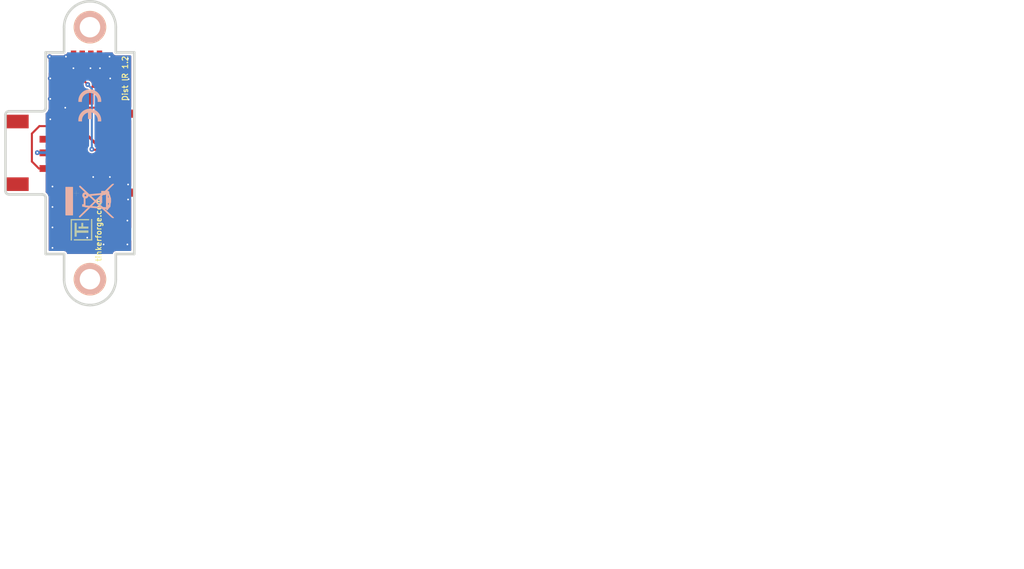
<source format=kicad_pcb>
(kicad_pcb (version 4) (host pcbnew 4.0.2+dfsg1-stable)
  (title_block (title "Dist-IR Bricklet") (date 2016-03-04) (rev 1.2) (company "Tinkerforge GmbH") (comment 1 "Licensed under CERN OHL v.1.1") (comment 2 "Copyright (©) 2016, B.Nordmeyer <bastian@tinkerforge.com>"))
  (layers (0 Vorderseite jumper) (31 Rückseite signal hide) (34 B.Paste user) (35 F.Paste user) (36 B.SilkS user) (37 F.SilkS user) (38 B.Mask user) (39 F.Mask user) (44 Edge.Cuts user))
  (net 0 "")
  (net 1 GND)
  (net 2 IN_1)
  (net 3 SCL)
  (net 4 SDA)
  (net 5 VCC)
  (net 6 "Net-(C2-Pad1)")
  (net 7 "Net-(P1-Pad6)")
  (net 8 "Net-(K1-Pad3)")
  (net 9 "Net-(P1-Pad8)")
  (net 10 "Net-(P1-Pad9)")
  (net 11 "Net-(P1-Pad10)")
  (net 12 "Net-(U1-Pad7)")
  (module kicad-libraries:SO-8 (layer Vorderseite) (at 143.92148 90.87358 180)
    (fp_text reference U1)
    (fp_text value M24C64)
    (pad 1 smd rect (at -1.90246 2.86766) (size 0.79756 2.19964) (layers Vorderseite F.Paste F.Mask) (net 1 GND))
    (pad 2 smd rect (at -0.63246 2.86766) (size 0.79756 2.19964) (layers Vorderseite F.Paste F.Mask) (net 1 GND))
    (pad 3 smd rect (at 0.63246 2.86766) (size 0.79756 2.19964) (layers Vorderseite F.Paste F.Mask) (net 7 "Net-(P1-Pad6)"))
    (pad 4 smd rect (at 1.90246 2.86766) (size 0.79756 2.19964) (layers Vorderseite F.Paste F.Mask) (net 1 GND))
    (pad 5 smd rect (at 1.90246 -2.86766 180) (size 0.79756 2.19964) (layers Vorderseite F.Paste F.Mask) (net 4 SDA))
    (pad 6 smd rect (at 0.63246 -2.86766 180) (size 0.79756 2.19964) (layers Vorderseite F.Paste F.Mask) (net 3 SCL))
    (pad 7 smd rect (at -0.63246 -2.86766 180) (size 0.79756 2.19964) (layers Vorderseite F.Paste F.Mask) (net 12 "Net-(U1-Pad7)"))
    (pad 8 smd rect (at -1.90246 -2.86766 180) (size 0.79756 2.19964) (layers Vorderseite F.Paste F.Mask) (net 5 VCC))
  )
  (module kicad-libraries:DRILL_NP (layer Vorderseite) (at 144.425 83.475)
    (fp_text reference U3 hide)
    (fp_text value DRILL hide)
    (pad "" np_thru_hole circle (at 0 0) (size 2.99974 2.99974) (drill 2.99974) (layers *.Cu *.Mask F.SilkS) (clearance 0.89916))
  )
  (module kicad-libraries:DRILL_NP (layer Vorderseite) (at 144.425 120.475)
    (fp_text reference U2 hide)
    (fp_text value DRILL hide)
    (pad "" np_thru_hole circle (at 0 0) (size 2.99974 2.99974) (drill 2.99974) (layers *.Cu *.Mask F.SilkS) (clearance 0.89916))
  )
  (module kicad-libraries:R0603E (layer Vorderseite) (at 141.7 98)
    (fp_text reference R2)
    (fp_text value 1k)
    (pad 1 smd rect (at -0.8501 0) (size 1.1 1) (layers Vorderseite F.Paste F.Mask) (net 8 "Net-(K1-Pad3)"))
    (pad 2 smd rect (at 0.8501 0) (size 1.1 1) (layers Vorderseite F.Paste F.Mask) (net 2 IN_1))
  )
  (module kicad-libraries:R0603E (layer Vorderseite) (at 141.7 96.4 180)
    (fp_text reference R1)
    (fp_text value DNP)
    (pad 1 smd rect (at -0.8501 0 180) (size 1.1 1) (layers Vorderseite F.Paste F.Mask) (net 2 IN_1))
    (pad 2 smd rect (at 0.8501 0 180) (size 1.1 1) (layers Vorderseite F.Paste F.Mask) (net 1 GND))
  )
  (module kicad-libraries:CON-SENSOR (layer Vorderseite) (at 150.92172 101.97338 90)
    (fp_text reference P1)
    (fp_text value CON-SENSOR)
    (pad 1 smd rect (at -4.50088 -4.7752 90) (size 0.59944 1.5494) (layers Vorderseite F.Paste F.Mask) (net 6 "Net-(C2-Pad1)"))
    (pad 2 smd rect (at -3.50012 -4.7752 90) (size 0.59944 1.5494) (layers Vorderseite F.Paste F.Mask) (net 1 GND))
    (pad 3 smd rect (at -2.49936 -4.7752 90) (size 0.59944 1.5494) (layers Vorderseite F.Paste F.Mask) (net 5 VCC))
    (pad 4 smd rect (at -1.50114 -4.7752 90) (size 0.59944 1.5494) (layers Vorderseite F.Paste F.Mask) (net 3 SCL))
    (pad 5 smd rect (at -0.50038 -4.7752 90) (size 0.59944 1.5494) (layers Vorderseite F.Paste F.Mask) (net 4 SDA))
    (pad 6 smd rect (at 0.50038 -4.7752 90) (size 0.59944 1.5494) (layers Vorderseite F.Paste F.Mask) (net 7 "Net-(P1-Pad6)"))
    (pad 7 smd rect (at 1.50114 -4.7752 90) (size 0.59944 1.5494) (layers Vorderseite F.Paste F.Mask) (net 2 IN_1))
    (pad 8 smd rect (at 2.49936 -4.7752 90) (size 0.59944 1.5494) (layers Vorderseite F.Paste F.Mask) (net 9 "Net-(P1-Pad8)"))
    (pad 9 smd rect (at 3.50012 -4.7752 90) (size 0.59944 1.5494) (layers Vorderseite F.Paste F.Mask) (net 10 "Net-(P1-Pad9)"))
    (pad 10 smd rect (at 4.50088 -4.7752 90) (size 0.59944 1.5494) (layers Vorderseite F.Paste F.Mask) (net 11 "Net-(P1-Pad10)"))
    (pad EP smd rect (at -5.79882 -0.89916 90) (size 1.19888 1.80086) (layers Vorderseite F.Paste F.Mask) (net 1 GND))
    (pad EP smd rect (at 5.79882 -0.89916 90) (size 1.19888 1.80086) (layers Vorderseite F.Paste F.Mask) (net 1 GND))
  )
  (module kicad-libraries:3528-21 (layer Vorderseite) (at 142.42796 109.27334 270)
    (fp_text reference C2)
    (fp_text value 100µF/10V)
    (pad 1 smd rect (at -1.40048 0 270) (size 1.59954 2.79908) (layers Vorderseite F.Paste F.Mask) (net 6 "Net-(C2-Pad1)") (clearance 0.14986))
    (pad 2 smd rect (at 1.40048 0 270) (size 1.59954 2.79908) (layers Vorderseite F.Paste F.Mask) (net 1 GND) (clearance 0.14986))
  )
  (module kicad-libraries:C0603E (layer Vorderseite) (at 147.4 92.9 270)
    (fp_text reference C1)
    (fp_text value 100nF)
    (pad 1 smd rect (at -0.8501 0 270) (size 1.1 1) (layers Vorderseite F.Paste F.Mask) (net 1 GND))
    (pad 2 smd rect (at 0.8501 0 270) (size 1.1 1) (layers Vorderseite F.Paste F.Mask) (net 5 VCC))
  )
  (module kicad-libraries:Fiducial_Mark (layer Vorderseite) (at 149.52726 113.87582)
    (fp_text reference Fiducial_Mark hide)
    (fp_text value VAL** hide)
    (pad 1 smd circle (at 0 0) (size 1.00076 1.00076) (layers Vorderseite F.Paste F.Mask) (clearance 0.65024))
  )
  (module kicad-libraries:Fiducial_Mark (layer Vorderseite) (at 139.42822 89.37498)
    (fp_text reference Fiducial_Mark hide)
    (fp_text value VAL** hide)
    (pad 1 smd circle (at 0 0) (size 1.00076 1.00076) (layers Vorderseite F.Paste F.Mask) (clearance 0.65024))
  )
  (module kicad-libraries:CE_5mm (layer Rückseite) (at 144.4 95 270)
    (fp_text reference VAL hide)
    (fp_text value CE_5mm hide)
  )
  (module kicad-libraries:WEEE_7mm (layer Rückseite) (at 144.4 109 90)
    (fp_text reference VAL hide)
    (fp_text value WEEE_7mm hide)
  )
  (module kicad-libraries:Logo_31x31 (layer Vorderseite) (at 141.6 114.8 90)
    (fp_text reference Ref** hide)
    (fp_text value Val** hide)
  )
  (module kicad-libraries:S3B-PH-SM4 (layer Vorderseite) (at 132.025 101.925 90)
    (fp_text reference K1)
    (fp_text value S3B-PH-SM4)
    (pad "" smd rect (at -4.6 1.7 90) (size 2 3.4) (layers Vorderseite F.Paste F.Mask))
    (pad "" smd rect (at 4.6 1.7 90) (size 2 3.4) (layers Vorderseite F.Paste F.Mask))
    (pad 3 smd rect (at -2.3 8 90) (size 1 6) (layers Vorderseite F.Paste F.Mask) (net 8 "Net-(K1-Pad3)"))
    (pad 2 smd rect (at 0 8 90) (size 1 6) (layers Vorderseite F.Paste F.Mask) (net 1 GND))
    (pad 1 smd rect (at 2 8 90) (size 1 6) (layers Vorderseite F.Paste F.Mask) (net 6 "Net-(C2-Pad1)"))
  )
  (gr_line (start 137.925 116.775) (end 137.925 108.525) (angle 90) (layer Edge.Cuts) (width 0.381))
  (gr_arc (start 137.425 108.525) (end 137.425 108.025) (angle 90) (layer Edge.Cuts) (width 0.381))
  (gr_line (start 137.425 108.025) (end 132.525 108.025) (angle 90) (layer Edge.Cuts) (width 0.381))
  (gr_line (start 137.375 95.825) (end 132.525 95.825) (angle 90) (layer Edge.Cuts) (width 0.381))
  (gr_arc (start 137.425 95.325) (end 137.925 95.375) (angle 90) (layer Edge.Cuts) (width 0.381))
  (gr_line (start 140.625 120.475) (end 140.625 116.775) (angle 90) (layer Edge.Cuts) (width 0.381))
  (gr_line (start 137.925 87.175) (end 137.925 95.375) (angle 90) (layer Edge.Cuts) (width 0.381))
  (gr_line (start 140.625 87.175) (end 137.925 87.175) (angle 90) (layer Edge.Cuts) (width 0.381))
  (gr_line (start 140.625 83.475) (end 140.625 87.175) (angle 90) (layer Edge.Cuts) (width 0.381))
  (gr_line (start 148.225 87.175) (end 148.225 83.475) (angle 90) (layer Edge.Cuts) (width 0.381))
  (gr_line (start 150.925 87.175) (end 148.225 87.175) (angle 90) (layer Edge.Cuts) (width 0.381))
  (gr_line (start 150.925 116.775) (end 150.925 87.175) (angle 90) (layer Edge.Cuts) (width 0.381))
  (gr_line (start 148.225 116.775) (end 150.925 116.775) (angle 90) (layer Edge.Cuts) (width 0.381))
  (gr_line (start 148.225 120.475) (end 148.225 116.775) (angle 90) (layer Edge.Cuts) (width 0.381))
  (gr_arc (start 144.425 120.475) (end 144.425 124.275) (angle 90) (layer Edge.Cuts) (width 0.381))
  (gr_arc (start 144.425 120.475) (end 148.225 120.475) (angle 90) (layer Edge.Cuts) (width 0.381))
  (gr_arc (start 144.425 83.475) (end 144.425 79.675) (angle 90) (layer Edge.Cuts) (width 0.381))
  (gr_arc (start 144.425 83.475) (end 140.625 83.475) (angle 90) (layer Edge.Cuts) (width 0.381))
  (gr_line (start 137.925 116.775) (end 140.625 116.775) (angle 90) (layer Edge.Cuts) (width 0.381))
  (gr_arc (start 132.525 96.325) (end 132.025 96.325) (angle 90) (layer Edge.Cuts) (width 0.381))
  (gr_arc (start 132.525 107.525) (end 132.525 108.025) (angle 90) (layer Edge.Cuts) (width 0.381))
  (gr_line (start 132.025 96.325) (end 132.025 107.525) (angle 90) (layer Edge.Cuts) (width 0.381))
  (gr_text tinkerforge.com (at 145.7 113.2 90) (layer F.SilkS) (effects (font (size 0.8001 0.8001) (thickness 0.14986))))
  (gr_text "Dist IR 1.2" (at 149.6 91 90) (layer F.SilkS) (effects (font (size 0.8 0.8) (thickness 0.14986))))
  (segment (start 138.6 97) (end 138.6 101.5) (width 0.29972) (layer Rückseite) (net 1))
  (segment (start 142 89.7) (end 140.7 91) (width 0.29972) (layer Rückseite) (net 1))
  (segment (start 140.7 91) (end 138.6 91) (width 0.29972) (layer Rückseite) (net 1))
  (via (at 138.6 91) (size 0.70104) (drill 0.24892) (layers Vorderseite Rückseite) (net 1))
  (segment (start 138.6 91) (end 138.6 94) (width 0.29972) (layer Vorderseite) (net 1))
  (via (at 138.6 94) (size 0.70104) (drill 0.24892) (layers Vorderseite Rückseite) (net 1))
  (segment (start 138.6 94) (end 138.6 97) (width 0.29972) (layer Rückseite) (net 1))
  (via (at 138.6 97) (size 0.70104) (drill 0.24892) (layers Vorderseite Rückseite) (net 1))
  (segment (start 142 89.5) (end 142 89.7) (width 0.29972) (layer Rückseite) (net 1))
  (segment (start 136.725 101.925) (end 140.025 101.925) (width 0.39878) (layer Vorderseite) (net 1))
  (segment (start 136.7 101.9) (end 136.725 101.925) (width 0.29972) (layer Vorderseite) (net 1))
  (via (at 136.7 101.9) (size 0.70104) (drill 0.24892) (layers Vorderseite Rückseite) (net 1))
  (segment (start 138.2 101.9) (end 136.7 101.9) (width 0.39878) (layer Rückseite) (net 1))
  (segment (start 138.6 101.5) (end 138.2 101.9) (width 0.29972) (layer Rückseite) (net 1))
  (segment (start 147.4 91) (end 147.4 87.9) (width 0.29972) (layer Rückseite) (net 1))
  (via (at 147.4 91) (size 0.70104) (drill 0.24892) (layers Vorderseite Rückseite) (net 1))
  (segment (start 147.4 92.0499) (end 147.4 91) (width 0.29972) (layer Vorderseite) (net 1))
  (via (at 150.1 94.1) (size 0.70104) (drill 0.24892) (layers Vorderseite Rückseite) (net 1))
  (segment (start 150.1 91.1) (end 150.1 94.1) (width 0.29972) (layer Vorderseite) (net 1))
  (via (at 150.1 91.1) (size 0.70104) (drill 0.24892) (layers Vorderseite Rückseite) (net 1))
  (segment (start 150.1 88.2) (end 150.1 91.1) (width 0.29972) (layer Rückseite) (net 1))
  (segment (start 150 88.1) (end 150.1 88.2) (width 0.29972) (layer Rückseite) (net 1))
  (via (at 150 88.1) (size 0.70104) (drill 0.24892) (layers Vorderseite Rückseite) (net 1))
  (segment (start 147.6 88.1) (end 150 88.1) (width 0.29972) (layer Vorderseite) (net 1))
  (segment (start 147.3 87.8) (end 147.6 88.1) (width 0.29972) (layer Vorderseite) (net 1))
  (via (at 147.3 87.8) (size 0.70104) (drill 0.24892) (layers Vorderseite Rückseite) (net 1))
  (segment (start 147.4 87.9) (end 147.3 87.8) (width 0.29972) (layer Rückseite) (net 1))
  (segment (start 145.82394 88.00592) (end 145.82394 89.42394) (width 0.29972) (layer Vorderseite) (net 1))
  (via (at 145.9 89.5) (size 0.70104) (drill 0.24892) (layers Vorderseite Rückseite) (net 1))
  (segment (start 145.82394 89.42394) (end 145.9 89.5) (width 0.29972) (layer Vorderseite) (net 1))
  (segment (start 144.55394 88.00592) (end 144.55394 89.44606) (width 0.29972) (layer Vorderseite) (net 1))
  (via (at 144.5 89.5) (size 0.70104) (drill 0.24892) (layers Vorderseite Rückseite) (net 1))
  (segment (start 144.55394 89.44606) (end 144.5 89.5) (width 0.29972) (layer Vorderseite) (net 1))
  (segment (start 142.01902 88.00592) (end 142.01902 89.48098) (width 0.29972) (layer Vorderseite) (net 1))
  (via (at 138.5 87.8) (size 0.70104) (drill 0.24892) (layers Vorderseite Rückseite) (net 1))
  (segment (start 140.9 87.8) (end 138.5 87.8) (width 0.29972) (layer Vorderseite) (net 1))
  (via (at 140.9 87.8) (size 0.70104) (drill 0.24892) (layers Vorderseite Rückseite) (net 1))
  (segment (start 140.9 88.4) (end 140.9 87.8) (width 0.29972) (layer Rückseite) (net 1))
  (segment (start 142 89.5) (end 140.9 88.4) (width 0.29972) (layer Rückseite) (net 1))
  (via (at 142 89.5) (size 0.70104) (drill 0.24892) (layers Vorderseite Rückseite) (net 1))
  (segment (start 142.01902 89.48098) (end 142 89.5) (width 0.29972) (layer Vorderseite) (net 1))
  (segment (start 140.8499 96.4) (end 140.8499 95.3499) (width 0.39878) (layer Vorderseite) (net 1))
  (via (at 140.8 95.3) (size 0.70104) (drill 0.24892) (layers Vorderseite Rückseite) (net 1))
  (segment (start 140.8499 95.3499) (end 140.8 95.3) (width 0.39878) (layer Vorderseite) (net 1))
  (segment (start 145.02384 113.3729) (end 145.02384 108.87202) (width 0.29972) (layer Rückseite) (net 1))
  (segment (start 142.42288 114.34826) (end 143.99768 114.34826) (width 0.29972) (layer Vorderseite) (net 1))
  (via (at 150.02256 108.77296) (size 0.70104) (layers Vorderseite Rückseite) (net 1))
  (segment (start 150.02256 108.77296) (end 149.9235 108.87202) (width 0.29972) (layer Rückseite) (net 1))
  (segment (start 149.9235 108.87202) (end 145.02384 108.87202) (width 0.29972) (layer Rückseite) (net 1))
  (segment (start 150.02256 107.7722) (end 150.02256 108.77296) (width 0.29972) (layer Vorderseite) (net 1))
  (segment (start 142.42288 114.34826) (end 140.44676 114.34826) (width 0.29972) (layer Vorderseite) (net 1))
  (segment (start 143.99768 114.34826) (end 144.02308 114.37366) (width 0.29972) (layer Vorderseite) (net 1))
  (segment (start 144.02308 114.37366) (end 145.02384 113.3729) (width 0.29972) (layer Rückseite) (net 1))
  (via (at 144.02308 114.37366) (size 0.70104) (layers Vorderseite Rückseite) (net 1))
  (segment (start 149.9235 111.87176) (end 149.9235 115.37188) (width 0.29972) (layer Rückseite) (net 1))
  (segment (start 149.9235 115.37188) (end 146.42338 115.37188) (width 0.29972) (layer Vorderseite) (net 1))
  (via (at 146.42338 115.37188) (size 0.70104) (layers Vorderseite Rückseite) (net 1))
  (segment (start 150.02256 108.77296) (end 150.02256 111.27486) (width 0.29972) (layer Vorderseite) (net 1))
  (segment (start 140.44676 114.34826) (end 138.92276 115.87226) (width 0.29972) (layer Vorderseite) (net 1))
  (via (at 138.92276 115.87226) (size 0.70104) (layers Vorderseite Rückseite) (net 1))
  (segment (start 138.92276 115.87226) (end 138.92276 112.87252) (width 0.29972) (layer Rückseite) (net 1))
  (via (at 138.92276 112.87252) (size 0.70104) (layers Vorderseite Rückseite) (net 1))
  (segment (start 138.92276 112.87252) (end 138.92276 109.87278) (width 0.29972) (layer Vorderseite) (net 1))
  (via (at 138.92276 109.87278) (size 0.70104) (layers Vorderseite Rückseite) (net 1))
  (segment (start 138.92276 109.87278) (end 138.92276 106.87304) (width 0.29972) (layer Rückseite) (net 1))
  (via (at 138.92276 106.87304) (size 0.70104) (layers Vorderseite Rückseite) (net 1))
  (via (at 147.35048 105.4735) (size 0.70104) (layers Vorderseite Rückseite) (net 1))
  (segment (start 147.35048 105.4735) (end 148.4503 106.57332) (width 0.29972) (layer Rückseite) (net 1))
  (segment (start 148.4503 106.57332) (end 150.0251 106.57332) (width 0.29972) (layer Rückseite) (net 1))
  (via (at 150.0251 106.57332) (size 0.70104) (layers Vorderseite Rückseite) (net 1))
  (segment (start 150.0251 106.57332) (end 150.02256 106.57586) (width 0.29972) (layer Vorderseite) (net 1))
  (segment (start 150.02256 106.57586) (end 150.02256 107.7722) (width 0.29972) (layer Vorderseite) (net 1))
  (segment (start 146.14652 105.4735) (end 147.35048 105.4735) (width 0.29972) (layer Vorderseite) (net 1))
  (segment (start 146.14652 105.4735) (end 144.90192 105.4735) (width 0.29972) (layer Vorderseite) (net 1))
  (via (at 144.90192 105.4735) (size 0.70104) (layers Vorderseite Rückseite) (net 1))
  (segment (start 150.02256 111.27486) (end 149.9235 111.87176) (width 0.29972) (layer Vorderseite) (net 1))
  (via (at 149.9235 111.87176) (size 0.70104) (layers Vorderseite Rückseite) (net 1))
  (segment (start 142.42796 112.77854) (end 144.02308 114.37366) (width 0.29972) (layer Vorderseite) (net 1))
  (segment (start 142.42796 110.57382) (end 142.42796 112.77854) (width 0.29972) (layer Vorderseite) (net 1))
  (via (at 149.9235 115.37188) (size 0.70104) (layers Vorderseite Rückseite) (net 1))
  (segment (start 142.5501 96.4) (end 142.5501 98) (width 0.39878) (layer Vorderseite) (net 2))
  (segment (start 146.14652 100.47224) (end 145.17224 100.47224) (width 0.39878) (layer Vorderseite) (net 2))
  (segment (start 143.5 98) (end 142.5501 98) (width 0.39878) (layer Vorderseite) (net 2))
  (segment (start 144 98.5) (end 143.5 98) (width 0.39878) (layer Vorderseite) (net 2))
  (segment (start 144 99.3) (end 144 98.5) (width 0.39878) (layer Vorderseite) (net 2))
  (segment (start 145.17224 100.47224) (end 144 99.3) (width 0.39878) (layer Vorderseite) (net 2))
  (segment (start 142.6 97.9501) (end 142.5501 98) (width 0.29972) (layer Vorderseite) (net 2))
  (segment (start 143.28902 93.74124) (end 143.28902 94.48902) (width 0.29972) (layer Vorderseite) (net 3))
  (segment (start 143.28902 94.48902) (end 144.099618 95.299618) (width 0.29972) (layer Vorderseite) (net 3))
  (segment (start 144.099618 95.299618) (end 146.599618 95.299618) (width 0.29972) (layer Vorderseite) (net 3))
  (segment (start 146.599618 95.299618) (end 148 96.7) (width 0.29972) (layer Vorderseite) (net 3))
  (segment (start 148 96.7) (end 148 102.9) (width 0.29972) (layer Vorderseite) (net 3))
  (segment (start 148 102.9) (end 147.42548 103.47452) (width 0.29972) (layer Vorderseite) (net 3))
  (segment (start 147.42548 103.47452) (end 146.14652 103.47452) (width 0.29972) (layer Vorderseite) (net 3))
  (segment (start 146.14652 102.47376) (end 147.32624 102.47376) (width 0.29972) (layer Vorderseite) (net 4))
  (segment (start 142.01902 95.01902) (end 142.01902 93.74124) (width 0.29972) (layer Vorderseite) (net 4))
  (segment (start 142.3 95.3) (end 142.01902 95.01902) (width 0.29972) (layer Vorderseite) (net 4))
  (segment (start 143.2 95.3) (end 142.3 95.3) (width 0.29972) (layer Vorderseite) (net 4))
  (segment (start 143.7 95.8) (end 143.2 95.3) (width 0.29972) (layer Vorderseite) (net 4))
  (segment (start 146.3 95.8) (end 143.7 95.8) (width 0.29972) (layer Vorderseite) (net 4))
  (segment (start 147.4 96.9) (end 146.3 95.8) (width 0.29972) (layer Vorderseite) (net 4))
  (segment (start 147.4 102.4) (end 147.4 96.9) (width 0.29972) (layer Vorderseite) (net 4))
  (segment (start 147.32624 102.47376) (end 147.4 102.4) (width 0.29972) (layer Vorderseite) (net 4))
  (segment (start 147.4 93.7501) (end 145.8328 93.7501) (width 0.29972) (layer Vorderseite) (net 5))
  (segment (start 145.8328 93.7501) (end 145.82394 93.74124) (width 0.29972) (layer Vorderseite) (net 5))
  (segment (start 147.4 93.7501) (end 147.4 95.1) (width 0.29972) (layer Vorderseite) (net 5))
  (segment (start 147.42726 104.47274) (end 146.14652 104.47274) (width 0.29972) (layer Vorderseite) (net 5))
  (segment (start 148.7 103.2) (end 147.42726 104.47274) (width 0.29972) (layer Vorderseite) (net 5))
  (segment (start 148.7 96.4) (end 148.7 103.2) (width 0.29972) (layer Vorderseite) (net 5))
  (segment (start 147.4 95.1) (end 148.7 96.4) (width 0.29972) (layer Vorderseite) (net 5))
  (segment (start 142.42796 107.97286) (end 142.42796 107.07204) (width 0.29972) (layer Vorderseite) (net 6))
  (segment (start 143.7 100.6) (end 143.025 99.925) (width 0.29972) (layer Vorderseite) (net 6))
  (segment (start 143.7 105.8) (end 143.7 100.6) (width 0.29972) (layer Vorderseite) (net 6))
  (segment (start 142.42796 107.07204) (end 143.7 105.8) (width 0.29972) (layer Vorderseite) (net 6))
  (segment (start 143.025 99.925) (end 140.025 99.925) (width 0.29972) (layer Vorderseite) (net 6))
  (segment (start 146.14652 106.47426) (end 144.82574 106.47426) (width 0.39878) (layer Vorderseite) (net 6))
  (segment (start 144.5 107.2) (end 143.72714 107.97286) (width 0.39878) (layer Vorderseite) (net 6))
  (segment (start 144.5 106.8) (end 144.5 107.2) (width 0.39878) (layer Vorderseite) (net 6))
  (segment (start 144.82574 106.47426) (end 144.5 106.8) (width 0.39878) (layer Vorderseite) (net 6))
  (segment (start 143.72714 107.97286) (end 142.42796 107.97286) (width 0.39878) (layer Vorderseite) (net 6))
  (segment (start 142.42796 107.42796) (end 142.42796 107.97286) (width 0.39878) (layer Vorderseite) (net 6))
  (segment (start 140.025 99.925) (end 140.075 99.925) (width 0.29972) (layer Vorderseite) (net 6))
  (segment (start 143.28902 88.00592) (end 143.28902 91.08902) (width 0.29972) (layer Vorderseite) (net 7))
  (segment (start 144.773 101.473) (end 146.14652 101.473) (width 0.29972) (layer Vorderseite) (net 7))
  (segment (start 144.7 101.4) (end 144.773 101.473) (width 0.29972) (layer Vorderseite) (net 7))
  (via (at 144.7 101.4) (size 0.70104) (drill 0.24892) (layers Vorderseite Rückseite) (net 7))
  (segment (start 144.7 92.5) (end 144.7 101.4) (width 0.29972) (layer Rückseite) (net 7))
  (segment (start 144.1 91.9) (end 144.7 92.5) (width 0.29972) (layer Rückseite) (net 7))
  (via (at 144.1 91.9) (size 0.70104) (drill 0.24892) (layers Vorderseite Rückseite) (net 7))
  (segment (start 143.28902 91.08902) (end 144.1 91.9) (width 0.29972) (layer Vorderseite) (net 7))
  (segment (start 140.025 104.225) (end 136.925 104.225) (width 0.29972) (layer Vorderseite) (net 8))
  (segment (start 137 98) (end 140.8499 98) (width 0.29972) (layer Vorderseite) (net 8))
  (segment (start 135.9 99.1) (end 137 98) (width 0.29972) (layer Vorderseite) (net 8))
  (segment (start 135.9 103.2) (end 135.9 99.1) (width 0.29972) (layer Vorderseite) (net 8))
  (segment (start 136.925 104.225) (end 135.9 103.2) (width 0.29972) (layer Vorderseite) (net 8))
  (zone (net 1) (net_name GND) (layer Rückseite) (connect_pads (clearance 0.24892)) (min_thickness 0.24892) (fill yes (arc_segments 16) (thermal_gap 0.29972) (thermal_bridge_width 0.29972))
    (polygon (pts (xy 150.91918 116.77396) (xy 150.91918 87.1728) (xy 137.91946 87.1728) (xy 137.91946 116.77396)))
  )
  (zone (net 1) (net_name GND) (layer Vorderseite) (connect_pads (clearance 0.24892)) (min_thickness 0.24892) (fill yes (arc_segments 16) (thermal_gap 0.29972) (thermal_bridge_width 0.29972))
    (polygon (pts (xy 150.91918 116.77396) (xy 150.91918 87.1728) (xy 137.91946 87.1728) (xy 137.91946 116.77396)))
  )
)
</source>
